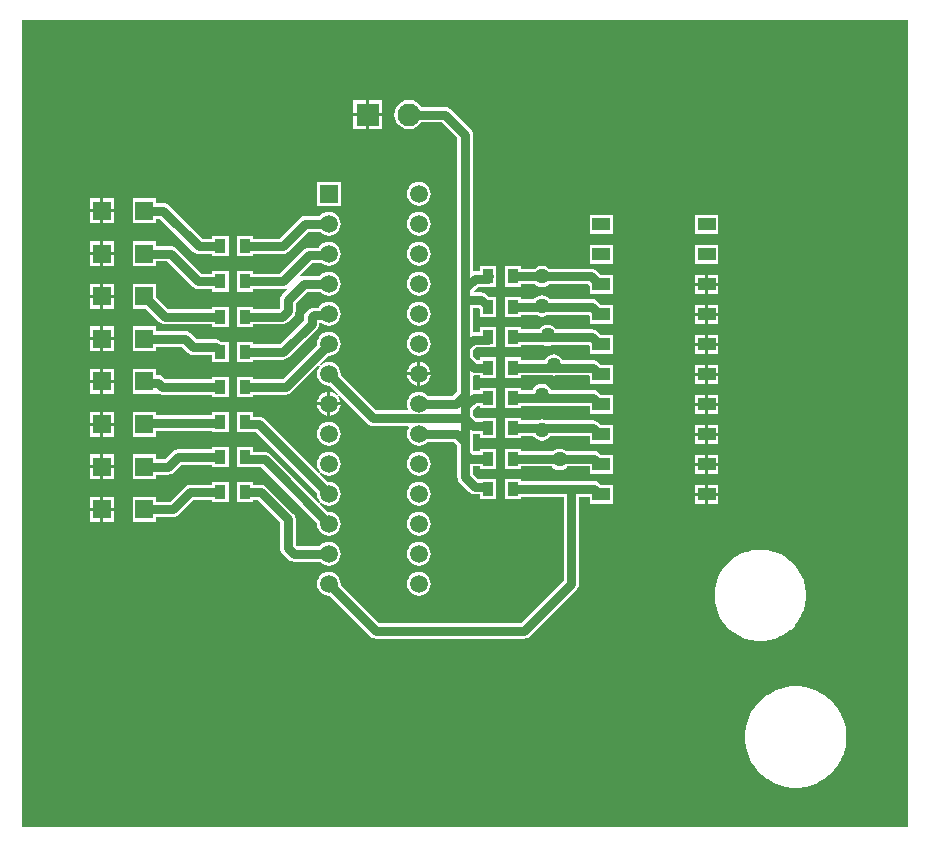
<source format=gbr>
%TF.GenerationSoftware,Altium Limited,Altium Designer,22.1.2 (22)*%
G04 Layer_Physical_Order=1*
G04 Layer_Color=255*
%FSLAX26Y26*%
%MOIN*%
%TF.SameCoordinates,26ABD0B8-493F-4C78-88A6-316F46C79C97*%
%TF.FilePolarity,Positive*%
%TF.FileFunction,Copper,L1,Top,Signal*%
%TF.Part,Single*%
G01*
G75*
%TA.AperFunction,SMDPad,CuDef*%
%ADD10R,0.059055X0.062992*%
%ADD11R,0.059055X0.043307*%
%ADD12R,0.035433X0.047244*%
%TA.AperFunction,Conductor*%
%ADD13C,0.031496*%
%TA.AperFunction,ComponentPad*%
%ADD14C,0.076772*%
%ADD15R,0.076772X0.076772*%
%ADD16C,0.059055*%
%ADD17R,0.059055X0.059055*%
%TA.AperFunction,ViaPad*%
%ADD18C,0.050000*%
G36*
X5610236Y1000000D02*
X2657480D01*
X2657480Y3690000D01*
X5610236D01*
X5610236Y1000000D01*
D02*
G37*
%LPC*%
G36*
X3857441Y3422402D02*
X3814055D01*
Y3379016D01*
X3857441D01*
Y3422402D01*
D02*
G37*
G36*
X3804055D02*
X3760669D01*
Y3379016D01*
X3804055D01*
Y3422402D01*
D02*
G37*
G36*
X3857441Y3369016D02*
X3814055D01*
Y3325630D01*
X3857441D01*
Y3369016D01*
D02*
G37*
G36*
X3804055D02*
X3760669D01*
Y3325630D01*
X3804055D01*
Y3369016D01*
D02*
G37*
G36*
X3719528Y3149528D02*
X3640472D01*
Y3070472D01*
X3719528D01*
Y3149528D01*
D02*
G37*
G36*
X3980000Y3149869D02*
X3969681Y3148510D01*
X3960066Y3144527D01*
X3951809Y3138191D01*
X3945473Y3129934D01*
X3941490Y3120319D01*
X3940131Y3110000D01*
X3941490Y3099681D01*
X3945473Y3090066D01*
X3951809Y3081809D01*
X3960066Y3075473D01*
X3969681Y3071490D01*
X3980000Y3070131D01*
X3990319Y3071490D01*
X3999934Y3075473D01*
X4008191Y3081809D01*
X4014527Y3090066D01*
X4018510Y3099681D01*
X4019869Y3110000D01*
X4018510Y3120319D01*
X4014527Y3129934D01*
X4008191Y3138191D01*
X3999934Y3144527D01*
X3990319Y3148510D01*
X3980000Y3149869D01*
D02*
G37*
G36*
X2962992Y3094527D02*
X2928465D01*
Y3058031D01*
X2962992D01*
Y3094527D01*
D02*
G37*
G36*
X2918465D02*
X2883937D01*
Y3058031D01*
X2918465D01*
Y3094527D01*
D02*
G37*
G36*
X2962992Y3048031D02*
X2928465D01*
Y3011535D01*
X2962992D01*
Y3048031D01*
D02*
G37*
G36*
X2918465D02*
X2883937D01*
Y3011535D01*
X2918465D01*
Y3048031D01*
D02*
G37*
G36*
X4978504Y3040709D02*
X4899449D01*
Y2977402D01*
X4978504D01*
Y3040709D01*
D02*
G37*
G36*
X4628110D02*
X4549055D01*
Y2977402D01*
X4628110D01*
Y3040709D01*
D02*
G37*
G36*
X3980000Y3049869D02*
X3969681Y3048510D01*
X3960066Y3044527D01*
X3951809Y3038191D01*
X3945473Y3029934D01*
X3941490Y3020319D01*
X3940131Y3010000D01*
X3941490Y2999681D01*
X3945473Y2990066D01*
X3951809Y2981809D01*
X3960066Y2975473D01*
X3969681Y2971490D01*
X3980000Y2970131D01*
X3990319Y2971490D01*
X3999934Y2975473D01*
X4008191Y2981809D01*
X4014527Y2990066D01*
X4018510Y2999681D01*
X4019869Y3010000D01*
X4018510Y3020319D01*
X4014527Y3029934D01*
X4008191Y3038191D01*
X3999934Y3044527D01*
X3990319Y3048510D01*
X3980000Y3049869D01*
D02*
G37*
G36*
X3680000D02*
X3669681Y3048510D01*
X3660066Y3044527D01*
X3651809Y3038191D01*
X3650104Y3035970D01*
X3600551D01*
X3593830Y3035085D01*
X3587566Y3032491D01*
X3582188Y3028364D01*
X3514794Y2960970D01*
X3428307D01*
Y2968622D01*
X3372874D01*
Y2901378D01*
X3428307D01*
Y2909029D01*
X3525551D01*
X3532272Y2909914D01*
X3538536Y2912509D01*
X3543914Y2916636D01*
X3611308Y2984030D01*
X3650104D01*
X3651809Y2981809D01*
X3660066Y2975473D01*
X3669681Y2971490D01*
X3680000Y2970131D01*
X3690319Y2971490D01*
X3699934Y2975473D01*
X3708191Y2981809D01*
X3714527Y2990066D01*
X3718510Y2999681D01*
X3719869Y3010000D01*
X3718510Y3020319D01*
X3714527Y3029934D01*
X3708191Y3038191D01*
X3699934Y3044527D01*
X3690319Y3048510D01*
X3680000Y3049869D01*
D02*
G37*
G36*
X2962992Y2952384D02*
X2928465D01*
Y2915888D01*
X2962992D01*
Y2952384D01*
D02*
G37*
G36*
X2918465D02*
X2883937D01*
Y2915888D01*
X2918465D01*
Y2952384D01*
D02*
G37*
G36*
X3104724Y3094527D02*
X3025669D01*
Y3011535D01*
X3104724D01*
Y3027061D01*
X3117314D01*
X3227739Y2916636D01*
X3233118Y2912509D01*
X3239381Y2909914D01*
X3246103Y2909029D01*
X3290197D01*
Y2901378D01*
X3345630D01*
Y2968622D01*
X3290197D01*
Y2960970D01*
X3256860D01*
X3146435Y3071395D01*
X3141056Y3075522D01*
X3134793Y3078116D01*
X3128071Y3079001D01*
X3104724D01*
Y3094527D01*
D02*
G37*
G36*
X4978504Y2940709D02*
X4899449D01*
Y2877402D01*
X4978504D01*
Y2940709D01*
D02*
G37*
G36*
X4628110D02*
X4549055D01*
Y2877402D01*
X4628110D01*
Y2940709D01*
D02*
G37*
G36*
X3980000Y2949869D02*
X3969681Y2948510D01*
X3960066Y2944527D01*
X3951809Y2938191D01*
X3945473Y2929934D01*
X3941490Y2920319D01*
X3940131Y2910000D01*
X3941490Y2899681D01*
X3945473Y2890066D01*
X3951809Y2881809D01*
X3960066Y2875473D01*
X3969681Y2871490D01*
X3980000Y2870131D01*
X3990319Y2871490D01*
X3999934Y2875473D01*
X4008191Y2881809D01*
X4014527Y2890066D01*
X4018510Y2899681D01*
X4019869Y2910000D01*
X4018510Y2920319D01*
X4014527Y2929934D01*
X4008191Y2938191D01*
X3999934Y2944527D01*
X3990319Y2948510D01*
X3980000Y2949869D01*
D02*
G37*
G36*
X3680000D02*
X3669681Y2948510D01*
X3660066Y2944527D01*
X3651809Y2938191D01*
X3646058Y2930697D01*
X3613388D01*
X3606667Y2929812D01*
X3600403Y2927218D01*
X3595025Y2923091D01*
X3515761Y2843827D01*
X3428307D01*
Y2851479D01*
X3372874D01*
Y2784235D01*
X3428307D01*
Y2791887D01*
X3526518D01*
X3533240Y2792771D01*
X3539503Y2795366D01*
X3541900Y2791226D01*
X3524943Y2774269D01*
X3520816Y2768891D01*
X3518222Y2762627D01*
X3517337Y2755905D01*
Y2729921D01*
X3514100Y2726684D01*
X3428307D01*
Y2734336D01*
X3372874D01*
Y2667092D01*
X3428307D01*
Y2674744D01*
X3524857D01*
X3531579Y2675629D01*
X3537842Y2678223D01*
X3543221Y2682350D01*
X3561671Y2700800D01*
X3565798Y2706179D01*
X3568392Y2712442D01*
X3569277Y2719164D01*
Y2745148D01*
X3608159Y2784030D01*
X3650104D01*
X3651809Y2781809D01*
X3660066Y2775473D01*
X3669681Y2771490D01*
X3680000Y2770131D01*
X3690319Y2771490D01*
X3699934Y2775473D01*
X3708191Y2781809D01*
X3714527Y2790066D01*
X3718510Y2799681D01*
X3719869Y2810000D01*
X3718510Y2820319D01*
X3714527Y2829934D01*
X3708191Y2838191D01*
X3699934Y2844527D01*
X3690319Y2848510D01*
X3680000Y2849869D01*
X3669681Y2848510D01*
X3660066Y2844527D01*
X3651809Y2838191D01*
X3650104Y2835970D01*
X3597402D01*
X3590680Y2835085D01*
X3584417Y2832491D01*
X3582020Y2836631D01*
X3624146Y2878757D01*
X3655786D01*
X3660066Y2875473D01*
X3669681Y2871490D01*
X3680000Y2870131D01*
X3690319Y2871490D01*
X3699934Y2875473D01*
X3708191Y2881809D01*
X3714527Y2890066D01*
X3718510Y2899681D01*
X3719869Y2910000D01*
X3718510Y2920319D01*
X3714527Y2929934D01*
X3708191Y2938191D01*
X3699934Y2944527D01*
X3690319Y2948510D01*
X3680000Y2949869D01*
D02*
G37*
G36*
X2962992Y2905888D02*
X2928465D01*
Y2869392D01*
X2962992D01*
Y2905888D01*
D02*
G37*
G36*
X2918465D02*
X2883937D01*
Y2869392D01*
X2918465D01*
Y2905888D01*
D02*
G37*
G36*
X4389764Y2869948D02*
X4380627Y2868745D01*
X4372113Y2865218D01*
X4366114Y2860615D01*
X4321024D01*
Y2868267D01*
X4265591D01*
Y2801023D01*
X4321024D01*
Y2808675D01*
X4366116D01*
X4372113Y2804073D01*
X4380627Y2800547D01*
X4389764Y2799344D01*
X4398901Y2800547D01*
X4407415Y2804073D01*
X4413412Y2808675D01*
X4544361D01*
X4549055Y2803981D01*
Y2777402D01*
X4628110D01*
Y2840709D01*
X4585783D01*
X4573482Y2853009D01*
X4568104Y2857136D01*
X4561840Y2859731D01*
X4555118Y2860615D01*
X4413413D01*
X4407415Y2865218D01*
X4398901Y2868745D01*
X4389764Y2869948D01*
D02*
G37*
G36*
X4978504Y2840709D02*
X4943976D01*
Y2814055D01*
X4978504D01*
Y2840709D01*
D02*
G37*
G36*
X4933976D02*
X4899449D01*
Y2814055D01*
X4933976D01*
Y2840709D01*
D02*
G37*
G36*
X3104724Y2952384D02*
X3025669D01*
Y2869392D01*
X3104724D01*
Y2884918D01*
X3141347D01*
X3226772Y2799493D01*
X3232150Y2795366D01*
X3238414Y2792771D01*
X3245135Y2791887D01*
X3290197D01*
Y2784235D01*
X3345630D01*
Y2851479D01*
X3290197D01*
Y2843827D01*
X3255892D01*
X3170468Y2929252D01*
X3165089Y2933379D01*
X3158825Y2935974D01*
X3152104Y2936858D01*
X3104724D01*
Y2952384D01*
D02*
G37*
G36*
X4978504Y2804055D02*
X4943976D01*
Y2777402D01*
X4978504D01*
Y2804055D01*
D02*
G37*
G36*
X4933976D02*
X4899449D01*
Y2777402D01*
X4933976D01*
Y2804055D01*
D02*
G37*
G36*
X2962992Y2810242D02*
X2928465D01*
Y2773745D01*
X2962992D01*
Y2810242D01*
D02*
G37*
G36*
X2918465D02*
X2883937D01*
Y2773745D01*
X2918465D01*
Y2810242D01*
D02*
G37*
G36*
X3980000Y2849869D02*
X3969681Y2848510D01*
X3960066Y2844527D01*
X3951809Y2838191D01*
X3945473Y2829934D01*
X3941490Y2820319D01*
X3940131Y2810000D01*
X3941490Y2799681D01*
X3945473Y2790066D01*
X3951809Y2781809D01*
X3960066Y2775473D01*
X3969681Y2771490D01*
X3980000Y2770131D01*
X3990319Y2771490D01*
X3999934Y2775473D01*
X4008191Y2781809D01*
X4014527Y2790066D01*
X4018510Y2799681D01*
X4019869Y2810000D01*
X4018510Y2820319D01*
X4014527Y2829934D01*
X4008191Y2838191D01*
X3999934Y2844527D01*
X3990319Y2848510D01*
X3980000Y2849869D01*
D02*
G37*
G36*
X4389764Y2771523D02*
X4380627Y2770320D01*
X4372113Y2766793D01*
X4364801Y2761183D01*
X4363417Y2759378D01*
X4321024D01*
Y2767030D01*
X4265591D01*
Y2699786D01*
X4321024D01*
Y2707438D01*
X4369780D01*
X4372113Y2705648D01*
X4380627Y2702121D01*
X4389764Y2700919D01*
X4398901Y2702121D01*
X4407415Y2705648D01*
X4409747Y2707438D01*
X4545599D01*
X4549055Y2703981D01*
Y2677402D01*
X4628110D01*
Y2740709D01*
X4585783D01*
X4574719Y2751772D01*
X4569341Y2755899D01*
X4563077Y2758493D01*
X4556356Y2759378D01*
X4416111D01*
X4414726Y2761183D01*
X4407415Y2766793D01*
X4398901Y2770320D01*
X4389764Y2771523D01*
D02*
G37*
G36*
X2962992Y2763745D02*
X2928465D01*
Y2727249D01*
X2962992D01*
Y2763745D01*
D02*
G37*
G36*
X2918465D02*
X2883937D01*
Y2727249D01*
X2918465D01*
Y2763745D01*
D02*
G37*
G36*
X4978504Y2740709D02*
X4943976D01*
Y2714055D01*
X4978504D01*
Y2740709D01*
D02*
G37*
G36*
X4933976D02*
X4899449D01*
Y2714055D01*
X4933976D01*
Y2740709D01*
D02*
G37*
G36*
X3946850Y3422819D02*
X3934219Y3421156D01*
X3922449Y3416281D01*
X3912341Y3408525D01*
X3904586Y3398417D01*
X3899710Y3386647D01*
X3898047Y3374016D01*
X3899710Y3361385D01*
X3904586Y3349614D01*
X3912341Y3339507D01*
X3922449Y3331751D01*
X3934219Y3326875D01*
X3946850Y3325213D01*
X3959482Y3326875D01*
X3971252Y3331751D01*
X3981360Y3339507D01*
X3987912Y3348046D01*
X4056172D01*
X4107888Y3296329D01*
Y2795276D01*
Y2755905D01*
Y2598425D01*
Y2559055D01*
Y2451702D01*
X4092156Y2435970D01*
X4009896D01*
X4008191Y2438191D01*
X3999934Y2444527D01*
X3990319Y2448510D01*
X3980000Y2449869D01*
X3969681Y2448510D01*
X3960066Y2444527D01*
X3951809Y2438191D01*
X3945473Y2429934D01*
X3941490Y2420319D01*
X3940131Y2410000D01*
X3941490Y2399681D01*
X3944185Y2393175D01*
X3940844Y2388175D01*
X3838552D01*
X3719503Y2507224D01*
X3719869Y2510000D01*
X3718510Y2520319D01*
X3714527Y2529934D01*
X3708191Y2538191D01*
X3699934Y2544527D01*
X3690319Y2548510D01*
X3680000Y2549869D01*
X3669681Y2548510D01*
X3660066Y2544527D01*
X3654833Y2540512D01*
X3652588Y2538789D01*
X3649284Y2542557D01*
X3677224Y2570497D01*
X3680000Y2570131D01*
X3690319Y2571490D01*
X3699934Y2575473D01*
X3708191Y2581809D01*
X3714527Y2590066D01*
X3718510Y2599681D01*
X3719869Y2610000D01*
X3718510Y2620319D01*
X3714527Y2629934D01*
X3708191Y2638191D01*
X3699934Y2644527D01*
X3690319Y2648510D01*
X3680000Y2649869D01*
X3669681Y2648510D01*
X3660066Y2644527D01*
X3651809Y2638191D01*
X3645473Y2629934D01*
X3641490Y2620319D01*
X3640131Y2610000D01*
X3640497Y2607224D01*
X3525671Y2492399D01*
X3428307D01*
Y2500050D01*
X3372874D01*
Y2432806D01*
X3428307D01*
Y2440458D01*
X3536428D01*
X3543150Y2441343D01*
X3549414Y2443938D01*
X3554792Y2448065D01*
X3647443Y2540716D01*
X3651211Y2537412D01*
X3649488Y2535167D01*
X3645473Y2529934D01*
X3641490Y2520319D01*
X3640131Y2510000D01*
X3641490Y2499681D01*
X3645473Y2490066D01*
X3651809Y2481809D01*
X3660066Y2475473D01*
X3669681Y2471490D01*
X3680000Y2470131D01*
X3682776Y2470497D01*
X3710716Y2442557D01*
X3707412Y2438789D01*
X3705167Y2440512D01*
X3699934Y2444527D01*
X3690319Y2448510D01*
X3685000Y2449210D01*
Y2415000D01*
X3719210D01*
X3718510Y2420319D01*
X3714527Y2429934D01*
X3710512Y2435167D01*
X3708789Y2437412D01*
X3712557Y2440716D01*
X3809432Y2343841D01*
X3814810Y2339714D01*
X3821074Y2337119D01*
X3827795Y2336235D01*
X3944655D01*
X3946866Y2331750D01*
X3945473Y2329934D01*
X3941490Y2320319D01*
X3940131Y2310000D01*
X3941490Y2299681D01*
X3945473Y2290066D01*
X3951809Y2281809D01*
X3960066Y2275473D01*
X3969681Y2271490D01*
X3980000Y2270131D01*
X3990319Y2271490D01*
X3999934Y2275473D01*
X4008191Y2281809D01*
X4009896Y2284030D01*
X4096566D01*
X4107888Y2272707D01*
Y2244095D01*
Y2165354D01*
X4108773Y2158633D01*
X4111367Y2152369D01*
X4115495Y2146991D01*
X4146991Y2115494D01*
X4152369Y2111367D01*
X4158633Y2108773D01*
X4165354Y2107888D01*
X4182913D01*
Y2092362D01*
X4238346D01*
Y2159606D01*
X4210349D01*
X4208661Y2159828D01*
X4176112D01*
X4159828Y2176111D01*
Y2201251D01*
X4182913D01*
Y2193599D01*
X4238346D01*
Y2260843D01*
X4182913D01*
Y2253192D01*
X4161489D01*
X4159828Y2254852D01*
Y2283465D01*
Y2310363D01*
X4182913D01*
Y2294837D01*
X4238346D01*
Y2362081D01*
X4210349D01*
X4208661Y2362303D01*
X4170487D01*
X4159828Y2372962D01*
Y2390818D01*
X4172737Y2403726D01*
X4182913D01*
Y2396074D01*
X4238346D01*
Y2463318D01*
X4182913D01*
Y2455666D01*
X4161980D01*
X4159828Y2457553D01*
Y2503076D01*
X4161980Y2504963D01*
X4182913D01*
Y2497311D01*
X4238346D01*
Y2564555D01*
X4182913D01*
Y2556904D01*
X4172737D01*
X4159828Y2569812D01*
Y2587668D01*
X4170487Y2598327D01*
X4208661D01*
X4210349Y2598549D01*
X4238346D01*
Y2665793D01*
X4182913D01*
Y2650267D01*
X4159828D01*
Y2729935D01*
X4177375D01*
X4182913Y2724397D01*
Y2699786D01*
X4238346D01*
Y2767030D01*
X4213735D01*
X4206496Y2774269D01*
X4201118Y2778396D01*
X4194854Y2780991D01*
X4188132Y2781876D01*
X4164257D01*
X4162186Y2786876D01*
X4176111Y2800801D01*
X4208661D01*
X4210349Y2801023D01*
X4238346D01*
Y2834926D01*
X4238569Y2836614D01*
X4238346Y2838302D01*
Y2868267D01*
X4182913D01*
Y2852742D01*
X4165354D01*
X4163588Y2852509D01*
X4159828Y2855806D01*
Y3307087D01*
X4158944Y3313808D01*
X4156349Y3320072D01*
X4152222Y3325450D01*
X4085293Y3392380D01*
X4079914Y3396507D01*
X4073651Y3399101D01*
X4066929Y3399986D01*
X3987912D01*
X3981360Y3408525D01*
X3971252Y3416281D01*
X3959482Y3421156D01*
X3946850Y3422819D01*
D02*
G37*
G36*
X4978504Y2704055D02*
X4943976D01*
Y2677402D01*
X4978504D01*
Y2704055D01*
D02*
G37*
G36*
X4933976D02*
X4899449D01*
Y2677402D01*
X4933976D01*
Y2704055D01*
D02*
G37*
G36*
X3980000Y2749869D02*
X3969681Y2748510D01*
X3960066Y2744527D01*
X3951809Y2738191D01*
X3945473Y2729934D01*
X3941490Y2720319D01*
X3940131Y2710000D01*
X3941490Y2699681D01*
X3945473Y2690066D01*
X3951809Y2681809D01*
X3960066Y2675473D01*
X3969681Y2671490D01*
X3980000Y2670131D01*
X3990319Y2671490D01*
X3999934Y2675473D01*
X4008191Y2681809D01*
X4014527Y2690066D01*
X4018510Y2699681D01*
X4019869Y2710000D01*
X4018510Y2720319D01*
X4014527Y2729934D01*
X4008191Y2738191D01*
X3999934Y2744527D01*
X3990319Y2748510D01*
X3980000Y2749869D01*
D02*
G37*
G36*
X3680000D02*
X3669681Y2748510D01*
X3660066Y2744527D01*
X3651809Y2738191D01*
X3646058Y2730697D01*
X3628689D01*
X3621967Y2729812D01*
X3615704Y2727218D01*
X3610325Y2723091D01*
X3603684Y2716449D01*
X3599556Y2711070D01*
X3596962Y2704807D01*
X3596077Y2698085D01*
Y2687923D01*
X3517696Y2609541D01*
X3428307D01*
Y2617193D01*
X3372874D01*
Y2549949D01*
X3428307D01*
Y2557601D01*
X3528453D01*
X3535175Y2558486D01*
X3541438Y2561080D01*
X3546817Y2565207D01*
X3640411Y2658802D01*
X3644538Y2664180D01*
X3647133Y2670444D01*
X3648017Y2677165D01*
Y2678757D01*
X3655786D01*
X3660066Y2675473D01*
X3669681Y2671490D01*
X3680000Y2670131D01*
X3690319Y2671490D01*
X3699934Y2675473D01*
X3708191Y2681809D01*
X3714527Y2690066D01*
X3718510Y2699681D01*
X3719869Y2710000D01*
X3718510Y2720319D01*
X3714527Y2729934D01*
X3708191Y2738191D01*
X3699934Y2744527D01*
X3690319Y2748510D01*
X3680000Y2749869D01*
D02*
G37*
G36*
X3104724Y2810242D02*
X3025669D01*
Y2727249D01*
X3069965D01*
X3114865Y2682350D01*
X3120243Y2678223D01*
X3126507Y2675629D01*
X3133228Y2674744D01*
X3290197D01*
Y2667092D01*
X3345630D01*
Y2734336D01*
X3290197D01*
Y2726684D01*
X3143985D01*
X3104724Y2765945D01*
Y2810242D01*
D02*
G37*
G36*
X4409449Y2673097D02*
X4400312Y2671894D01*
X4391798Y2668368D01*
X4384486Y2662758D01*
X4380944Y2658141D01*
X4321024D01*
Y2665793D01*
X4265591D01*
Y2598549D01*
X4321024D01*
Y2606200D01*
X4394266D01*
X4400312Y2603696D01*
X4409449Y2602493D01*
X4418586Y2603696D01*
X4424632Y2606200D01*
X4546836D01*
X4549055Y2603981D01*
Y2577402D01*
X4628110D01*
Y2640709D01*
X4585783D01*
X4575957Y2650534D01*
X4570578Y2654662D01*
X4564315Y2657256D01*
X4557593Y2658141D01*
X4437954D01*
X4434411Y2662758D01*
X4427100Y2668368D01*
X4418586Y2671894D01*
X4409449Y2673097D01*
D02*
G37*
G36*
X2962992Y2668099D02*
X2928465D01*
Y2631603D01*
X2962992D01*
Y2668099D01*
D02*
G37*
G36*
X2918465D02*
X2883937D01*
Y2631603D01*
X2918465D01*
Y2668099D01*
D02*
G37*
G36*
X4978504Y2640709D02*
X4943976D01*
Y2614055D01*
X4978504D01*
Y2640709D01*
D02*
G37*
G36*
X4933976D02*
X4899449D01*
Y2614055D01*
X4933976D01*
Y2640709D01*
D02*
G37*
G36*
X2962992Y2621603D02*
X2928465D01*
Y2585107D01*
X2962992D01*
Y2621603D01*
D02*
G37*
G36*
X2918465D02*
X2883937D01*
Y2585107D01*
X2918465D01*
Y2621603D01*
D02*
G37*
G36*
X4978504Y2604055D02*
X4943976D01*
Y2577402D01*
X4978504D01*
Y2604055D01*
D02*
G37*
G36*
X4933976D02*
X4899449D01*
Y2577402D01*
X4933976D01*
Y2604055D01*
D02*
G37*
G36*
X3980000Y2649869D02*
X3969681Y2648510D01*
X3960066Y2644527D01*
X3951809Y2638191D01*
X3945473Y2629934D01*
X3941490Y2620319D01*
X3940131Y2610000D01*
X3941490Y2599681D01*
X3945473Y2590066D01*
X3951809Y2581809D01*
X3960066Y2575473D01*
X3969681Y2571490D01*
X3980000Y2570131D01*
X3990319Y2571490D01*
X3999934Y2575473D01*
X4008191Y2581809D01*
X4014527Y2590066D01*
X4018510Y2599681D01*
X4019869Y2610000D01*
X4018510Y2620319D01*
X4014527Y2629934D01*
X4008191Y2638191D01*
X3999934Y2644527D01*
X3990319Y2648510D01*
X3980000Y2649869D01*
D02*
G37*
G36*
X4429134Y2574672D02*
X4419997Y2573469D01*
X4411483Y2569943D01*
X4404172Y2564332D01*
X4398561Y2557021D01*
X4398513Y2556904D01*
X4321024D01*
Y2564555D01*
X4265591D01*
Y2497311D01*
X4321024D01*
Y2504963D01*
X4422335D01*
X4429134Y2504068D01*
X4435933Y2504963D01*
X4548073D01*
X4549055Y2503981D01*
Y2477402D01*
X4628110D01*
Y2540709D01*
X4585783D01*
X4577194Y2549297D01*
X4571815Y2553424D01*
X4565552Y2556019D01*
X4558830Y2556904D01*
X4459755D01*
X4459706Y2557021D01*
X4454096Y2564332D01*
X4446785Y2569943D01*
X4438271Y2573469D01*
X4429134Y2574672D01*
D02*
G37*
G36*
X3104724Y2668099D02*
X3025669D01*
Y2585107D01*
X3104724D01*
Y2600633D01*
X3189412D01*
X3209983Y2580061D01*
X3215361Y2575934D01*
X3221625Y2573340D01*
X3228347Y2572455D01*
X3290197D01*
Y2549949D01*
X3345630D01*
Y2617193D01*
X3320896D01*
X3316044Y2620916D01*
X3309781Y2623510D01*
X3303059Y2624395D01*
X3239104D01*
X3218533Y2644966D01*
X3213154Y2649094D01*
X3206891Y2651688D01*
X3200169Y2652573D01*
X3104724D01*
Y2668099D01*
D02*
G37*
G36*
X3985000Y2549210D02*
Y2515000D01*
X4019210D01*
X4018510Y2520319D01*
X4014527Y2529934D01*
X4008191Y2538191D01*
X3999934Y2544527D01*
X3990319Y2548510D01*
X3985000Y2549210D01*
D02*
G37*
G36*
X3975000D02*
X3969681Y2548510D01*
X3960066Y2544527D01*
X3951809Y2538191D01*
X3945473Y2529934D01*
X3941490Y2520319D01*
X3940790Y2515000D01*
X3975000D01*
Y2549210D01*
D02*
G37*
G36*
X4978504Y2540709D02*
X4943976D01*
Y2514055D01*
X4978504D01*
Y2540709D01*
D02*
G37*
G36*
X4933976D02*
X4899449D01*
Y2514055D01*
X4933976D01*
Y2540709D01*
D02*
G37*
G36*
X2962992Y2525956D02*
X2928465D01*
Y2489460D01*
X2962992D01*
Y2525956D01*
D02*
G37*
G36*
X2918465D02*
X2883937D01*
Y2489460D01*
X2918465D01*
Y2525956D01*
D02*
G37*
G36*
X4978504Y2504055D02*
X4943976D01*
Y2477402D01*
X4978504D01*
Y2504055D01*
D02*
G37*
G36*
X4933976D02*
X4899449D01*
Y2477402D01*
X4933976D01*
Y2504055D01*
D02*
G37*
G36*
X4019210Y2505000D02*
X3985000D01*
Y2470790D01*
X3990319Y2471490D01*
X3999934Y2475473D01*
X4008191Y2481809D01*
X4014527Y2490066D01*
X4018510Y2499681D01*
X4019210Y2505000D01*
D02*
G37*
G36*
X3975000D02*
X3940790D01*
X3941490Y2499681D01*
X3945473Y2490066D01*
X3951809Y2481809D01*
X3960066Y2475473D01*
X3969681Y2471490D01*
X3975000Y2470790D01*
Y2505000D01*
D02*
G37*
G36*
X4389764Y2476247D02*
X4380627Y2475044D01*
X4372113Y2471517D01*
X4364801Y2465907D01*
X4359191Y2458596D01*
X4357978Y2455666D01*
X4321024D01*
Y2463318D01*
X4265591D01*
Y2396074D01*
X4321024D01*
Y2403726D01*
X4549055D01*
Y2377402D01*
X4628110D01*
Y2440709D01*
X4585783D01*
X4578431Y2448060D01*
X4573053Y2452187D01*
X4566789Y2454781D01*
X4560068Y2455666D01*
X4421550D01*
X4420336Y2458596D01*
X4414726Y2465907D01*
X4407415Y2471517D01*
X4398901Y2475044D01*
X4389764Y2476247D01*
D02*
G37*
G36*
X2962992Y2479460D02*
X2928465D01*
Y2442964D01*
X2962992D01*
Y2479460D01*
D02*
G37*
G36*
X2918465D02*
X2883937D01*
Y2442964D01*
X2918465D01*
Y2479460D01*
D02*
G37*
G36*
X3104724Y2525956D02*
X3025669D01*
Y2442964D01*
X3104724D01*
Y2442964D01*
X3109724Y2445022D01*
X3111138Y2443938D01*
X3117401Y2441343D01*
X3124123Y2440458D01*
X3290197D01*
Y2432806D01*
X3345630D01*
Y2500050D01*
X3290197D01*
Y2492399D01*
X3134880D01*
X3128600Y2498679D01*
X3123221Y2502806D01*
X3116958Y2505400D01*
X3110236Y2506285D01*
X3104724D01*
Y2525956D01*
D02*
G37*
G36*
X3675000Y2449210D02*
X3669681Y2448510D01*
X3660066Y2444527D01*
X3651809Y2438191D01*
X3645473Y2429934D01*
X3641490Y2420319D01*
X3640790Y2415000D01*
X3675000D01*
Y2449210D01*
D02*
G37*
G36*
X4978504Y2440709D02*
X4943976D01*
Y2414055D01*
X4978504D01*
Y2440709D01*
D02*
G37*
G36*
X4933976D02*
X4899449D01*
Y2414055D01*
X4933976D01*
Y2440709D01*
D02*
G37*
G36*
X4978504Y2404055D02*
X4943976D01*
Y2377402D01*
X4978504D01*
Y2404055D01*
D02*
G37*
G36*
X4933976D02*
X4899449D01*
Y2377402D01*
X4933976D01*
Y2404055D01*
D02*
G37*
G36*
X3719210Y2405000D02*
X3685000D01*
Y2370790D01*
X3690319Y2371490D01*
X3699934Y2375473D01*
X3708191Y2381809D01*
X3714527Y2390066D01*
X3718510Y2399681D01*
X3719210Y2405000D01*
D02*
G37*
G36*
X3675000D02*
X3640790D01*
X3641490Y2399681D01*
X3645473Y2390066D01*
X3651809Y2381809D01*
X3660066Y2375473D01*
X3669681Y2371490D01*
X3675000Y2370790D01*
Y2405000D01*
D02*
G37*
G36*
X2962992Y2383813D02*
X2928465D01*
Y2347317D01*
X2962992D01*
Y2383813D01*
D02*
G37*
G36*
X2918465D02*
X2883937D01*
Y2347317D01*
X2918465D01*
Y2383813D01*
D02*
G37*
G36*
X3104724D02*
X3025669D01*
Y2300821D01*
X3104724D01*
Y2319831D01*
X3290197D01*
Y2315664D01*
X3345630D01*
Y2382908D01*
X3290197D01*
Y2371771D01*
X3104724D01*
Y2383813D01*
D02*
G37*
G36*
X4978504Y2340709D02*
X4943976D01*
Y2314055D01*
X4978504D01*
Y2340709D01*
D02*
G37*
G36*
X4933976D02*
X4899449D01*
Y2314055D01*
X4933976D01*
Y2340709D01*
D02*
G37*
G36*
X2962992Y2337317D02*
X2928465D01*
Y2300821D01*
X2962992D01*
Y2337317D01*
D02*
G37*
G36*
X2918465D02*
X2883937D01*
Y2300821D01*
X2918465D01*
Y2337317D01*
D02*
G37*
G36*
X4978504Y2304055D02*
X4943976D01*
Y2277402D01*
X4978504D01*
Y2304055D01*
D02*
G37*
G36*
X4933976D02*
X4899449D01*
Y2277402D01*
X4933976D01*
Y2304055D01*
D02*
G37*
G36*
X4321024Y2362081D02*
X4265591D01*
Y2294837D01*
X4321024D01*
Y2302489D01*
X4361259D01*
X4364801Y2297872D01*
X4372113Y2292262D01*
X4380627Y2288735D01*
X4389764Y2287533D01*
X4398901Y2288735D01*
X4407415Y2292262D01*
X4414726Y2297872D01*
X4418268Y2302489D01*
X4549055D01*
Y2277402D01*
X4628110D01*
Y2340709D01*
X4585783D01*
X4579669Y2346823D01*
X4574290Y2350950D01*
X4568026Y2353544D01*
X4561305Y2354429D01*
X4404948D01*
X4398901Y2356934D01*
X4389764Y2358137D01*
X4380627Y2356934D01*
X4374580Y2354429D01*
X4321024D01*
Y2362081D01*
D02*
G37*
G36*
X3680000Y2349869D02*
X3669681Y2348510D01*
X3660066Y2344527D01*
X3651809Y2338191D01*
X3645473Y2329934D01*
X3641490Y2320319D01*
X3640131Y2310000D01*
X3641490Y2299681D01*
X3645473Y2290066D01*
X3651809Y2281809D01*
X3660066Y2275473D01*
X3669681Y2271490D01*
X3680000Y2270131D01*
X3690319Y2271490D01*
X3699934Y2275473D01*
X3708191Y2281809D01*
X3714527Y2290066D01*
X3718510Y2299681D01*
X3719869Y2310000D01*
X3718510Y2320319D01*
X3714527Y2329934D01*
X3708191Y2338191D01*
X3699934Y2344527D01*
X3690319Y2348510D01*
X3680000Y2349869D01*
D02*
G37*
G36*
X3345630Y2265765D02*
X3290197D01*
Y2258113D01*
X3177025D01*
X3170303Y2257228D01*
X3164040Y2254634D01*
X3158661Y2250506D01*
X3134299Y2226144D01*
X3104724D01*
Y2241670D01*
X3025669D01*
Y2158678D01*
X3104724D01*
Y2174204D01*
X3145056D01*
X3151778Y2175089D01*
X3158041Y2177683D01*
X3163420Y2181811D01*
X3187782Y2206173D01*
X3290197D01*
Y2198521D01*
X3345630D01*
Y2265765D01*
D02*
G37*
G36*
X4978504Y2240709D02*
X4943976D01*
Y2214055D01*
X4978504D01*
Y2240709D01*
D02*
G37*
G36*
X4933976D02*
X4899449D01*
Y2214055D01*
X4933976D01*
Y2240709D01*
D02*
G37*
G36*
X2962992Y2241670D02*
X2928465D01*
Y2205174D01*
X2962992D01*
Y2241670D01*
D02*
G37*
G36*
X2918465D02*
X2883937D01*
Y2205174D01*
X2918465D01*
Y2241670D01*
D02*
G37*
G36*
X4978504Y2204055D02*
X4943976D01*
Y2177402D01*
X4978504D01*
Y2204055D01*
D02*
G37*
G36*
X4933976D02*
X4899449D01*
Y2177402D01*
X4933976D01*
Y2204055D01*
D02*
G37*
G36*
X4321024Y2260843D02*
X4265591D01*
Y2193599D01*
X4321024D01*
Y2201251D01*
X4422472D01*
X4423857Y2199447D01*
X4431168Y2193837D01*
X4439682Y2190310D01*
X4448819Y2189107D01*
X4457956Y2190310D01*
X4466470Y2193837D01*
X4473781Y2199447D01*
X4475166Y2201251D01*
X4549055D01*
Y2177402D01*
X4628110D01*
Y2240709D01*
X4585783D01*
X4580906Y2245585D01*
X4575527Y2249712D01*
X4569264Y2252307D01*
X4562542Y2253192D01*
X4468803D01*
X4466470Y2254982D01*
X4457956Y2258508D01*
X4448819Y2259711D01*
X4439682Y2258508D01*
X4431168Y2254982D01*
X4428835Y2253192D01*
X4321024D01*
Y2260843D01*
D02*
G37*
G36*
X3980000Y2249869D02*
X3969681Y2248510D01*
X3960066Y2244527D01*
X3951809Y2238191D01*
X3945473Y2229934D01*
X3941490Y2220319D01*
X3940131Y2210000D01*
X3941490Y2199681D01*
X3945473Y2190066D01*
X3951809Y2181809D01*
X3960066Y2175473D01*
X3969681Y2171490D01*
X3980000Y2170131D01*
X3990319Y2171490D01*
X3999934Y2175473D01*
X4008191Y2181809D01*
X4014527Y2190066D01*
X4018510Y2199681D01*
X4019869Y2210000D01*
X4018510Y2220319D01*
X4014527Y2229934D01*
X4008191Y2238191D01*
X3999934Y2244527D01*
X3990319Y2248510D01*
X3980000Y2249869D01*
D02*
G37*
G36*
X2962992Y2195174D02*
X2928465D01*
Y2158678D01*
X2962992D01*
Y2195174D01*
D02*
G37*
G36*
X2918465D02*
X2883937D01*
Y2158678D01*
X2918465D01*
Y2195174D01*
D02*
G37*
G36*
X4978504Y2140709D02*
X4943976D01*
Y2114055D01*
X4978504D01*
Y2140709D01*
D02*
G37*
G36*
X4933976D02*
X4899449D01*
Y2114055D01*
X4933976D01*
Y2140709D01*
D02*
G37*
G36*
X3345630Y2148622D02*
X3290197D01*
Y2140970D01*
X3217362D01*
X3210641Y2140085D01*
X3204377Y2137491D01*
X3198999Y2133364D01*
X3149637Y2084002D01*
X3104724D01*
Y2099528D01*
X3025669D01*
Y2016535D01*
X3104724D01*
Y2032061D01*
X3160394D01*
X3167115Y2032946D01*
X3173379Y2035541D01*
X3178757Y2039668D01*
X3228119Y2089030D01*
X3290197D01*
Y2081378D01*
X3345630D01*
Y2148622D01*
D02*
G37*
G36*
X3428307Y2382908D02*
X3372874D01*
Y2315664D01*
X3400871D01*
X3402559Y2315441D01*
X3437831D01*
X3640497Y2112776D01*
X3640131Y2110000D01*
X3641490Y2099681D01*
X3645473Y2090066D01*
X3649488Y2084833D01*
X3651211Y2082588D01*
X3647443Y2079284D01*
X3483915Y2242812D01*
X3478536Y2246940D01*
X3472273Y2249534D01*
X3465551Y2250419D01*
X3428307D01*
Y2265765D01*
X3372874D01*
Y2198521D01*
X3402238D01*
X3402559Y2198479D01*
X3454794D01*
X3640497Y2012776D01*
X3640131Y2010000D01*
X3641490Y1999681D01*
X3645473Y1990066D01*
X3651809Y1981809D01*
X3660066Y1975473D01*
X3669681Y1971490D01*
X3680000Y1970131D01*
X3690319Y1971490D01*
X3699934Y1975473D01*
X3708191Y1981809D01*
X3714527Y1990066D01*
X3718510Y1999681D01*
X3719869Y2010000D01*
X3718510Y2020319D01*
X3714527Y2029934D01*
X3708191Y2038191D01*
X3699934Y2044527D01*
X3690319Y2048510D01*
X3680000Y2049869D01*
X3677224Y2049503D01*
X3649284Y2077443D01*
X3652588Y2081211D01*
X3654833Y2079488D01*
X3660066Y2075473D01*
X3669681Y2071490D01*
X3680000Y2070131D01*
X3690319Y2071490D01*
X3699934Y2075473D01*
X3708191Y2081809D01*
X3714527Y2090066D01*
X3718510Y2099681D01*
X3719869Y2110000D01*
X3718510Y2120319D01*
X3714527Y2129934D01*
X3708191Y2138191D01*
X3699934Y2144527D01*
X3690319Y2148510D01*
X3680000Y2149869D01*
X3677224Y2149503D01*
X3649284Y2177443D01*
X3652588Y2181211D01*
X3654833Y2179488D01*
X3660066Y2175473D01*
X3669681Y2171490D01*
X3680000Y2170131D01*
X3690319Y2171490D01*
X3699934Y2175473D01*
X3708191Y2181809D01*
X3714527Y2190066D01*
X3718510Y2199681D01*
X3719869Y2210000D01*
X3718510Y2220319D01*
X3714527Y2229934D01*
X3708191Y2238191D01*
X3699934Y2244527D01*
X3690319Y2248510D01*
X3680000Y2249869D01*
X3669681Y2248510D01*
X3660066Y2244527D01*
X3651809Y2238191D01*
X3645473Y2229934D01*
X3641490Y2220319D01*
X3640131Y2210000D01*
X3641490Y2199681D01*
X3645473Y2190066D01*
X3649488Y2184833D01*
X3651211Y2182588D01*
X3647443Y2179284D01*
X3466952Y2359775D01*
X3461573Y2363903D01*
X3455310Y2366497D01*
X3448588Y2367382D01*
X3428307D01*
Y2382908D01*
D02*
G37*
G36*
X4978504Y2104055D02*
X4943976D01*
Y2077402D01*
X4978504D01*
Y2104055D01*
D02*
G37*
G36*
X4933976D02*
X4899449D01*
Y2077402D01*
X4933976D01*
Y2104055D01*
D02*
G37*
G36*
X4321024Y2159606D02*
X4265591D01*
Y2092362D01*
X4321024D01*
Y2100014D01*
X4462219D01*
Y1821781D01*
X4319951Y1679514D01*
X3847214D01*
X3719503Y1807224D01*
X3719869Y1810000D01*
X3718510Y1820319D01*
X3714527Y1829934D01*
X3708191Y1838191D01*
X3699934Y1844527D01*
X3690319Y1848510D01*
X3680000Y1849869D01*
X3669681Y1848510D01*
X3660066Y1844527D01*
X3651809Y1838191D01*
X3645473Y1829934D01*
X3641490Y1820319D01*
X3640131Y1810000D01*
X3641490Y1799681D01*
X3645473Y1790066D01*
X3651809Y1781809D01*
X3660066Y1775473D01*
X3669681Y1771490D01*
X3680000Y1770131D01*
X3682776Y1770497D01*
X3818093Y1635180D01*
X3823472Y1631052D01*
X3829735Y1628458D01*
X3836457Y1627573D01*
X4330709D01*
X4337430Y1628458D01*
X4343694Y1631052D01*
X4349072Y1635180D01*
X4506553Y1792660D01*
X4510680Y1798039D01*
X4513274Y1804302D01*
X4514159Y1811024D01*
Y2100014D01*
X4549055D01*
Y2077402D01*
X4628110D01*
Y2140709D01*
X4585783D01*
X4582143Y2144348D01*
X4576765Y2148475D01*
X4570501Y2151070D01*
X4563779Y2151954D01*
X4321024D01*
Y2159606D01*
D02*
G37*
G36*
X3980000Y2149869D02*
X3969681Y2148510D01*
X3960066Y2144527D01*
X3951809Y2138191D01*
X3945473Y2129934D01*
X3941490Y2120319D01*
X3940131Y2110000D01*
X3941490Y2099681D01*
X3945473Y2090066D01*
X3951809Y2081809D01*
X3960066Y2075473D01*
X3969681Y2071490D01*
X3980000Y2070131D01*
X3990319Y2071490D01*
X3999934Y2075473D01*
X4008191Y2081809D01*
X4014527Y2090066D01*
X4018510Y2099681D01*
X4019869Y2110000D01*
X4018510Y2120319D01*
X4014527Y2129934D01*
X4008191Y2138191D01*
X3999934Y2144527D01*
X3990319Y2148510D01*
X3980000Y2149869D01*
D02*
G37*
G36*
X2962992Y2099528D02*
X2928465D01*
Y2063032D01*
X2962992D01*
Y2099528D01*
D02*
G37*
G36*
X2918465D02*
X2883937D01*
Y2063032D01*
X2918465D01*
Y2099528D01*
D02*
G37*
G36*
X2962992Y2053032D02*
X2928465D01*
Y2016535D01*
X2962992D01*
Y2053032D01*
D02*
G37*
G36*
X2918465D02*
X2883937D01*
Y2016535D01*
X2918465D01*
Y2053032D01*
D02*
G37*
G36*
X3980000Y2049869D02*
X3969681Y2048510D01*
X3960066Y2044527D01*
X3951809Y2038191D01*
X3945473Y2029934D01*
X3941490Y2020319D01*
X3940131Y2010000D01*
X3941490Y1999681D01*
X3945473Y1990066D01*
X3951809Y1981809D01*
X3960066Y1975473D01*
X3969681Y1971490D01*
X3980000Y1970131D01*
X3990319Y1971490D01*
X3999934Y1975473D01*
X4008191Y1981809D01*
X4014527Y1990066D01*
X4018510Y1999681D01*
X4019869Y2010000D01*
X4018510Y2020319D01*
X4014527Y2029934D01*
X4008191Y2038191D01*
X3999934Y2044527D01*
X3990319Y2048510D01*
X3980000Y2049869D01*
D02*
G37*
G36*
X5127414Y1923800D02*
X5108806D01*
X5108147Y1923669D01*
X5107475Y1923713D01*
X5089027Y1921284D01*
X5088390Y1921068D01*
X5087719Y1921024D01*
X5069745Y1916208D01*
X5069142Y1915910D01*
X5068482Y1915779D01*
X5051290Y1908658D01*
X5050731Y1908285D01*
X5050094Y1908068D01*
X5033979Y1898764D01*
X5033474Y1898321D01*
X5032870Y1898024D01*
X5018108Y1886696D01*
X5017664Y1886190D01*
X5017105Y1885816D01*
X5003947Y1872659D01*
X5003574Y1872099D01*
X5003068Y1871656D01*
X4991740Y1856893D01*
X4991443Y1856290D01*
X4990999Y1855784D01*
X4981695Y1839669D01*
X4981479Y1839033D01*
X4981105Y1838473D01*
X4973984Y1821282D01*
X4973853Y1820622D01*
X4973556Y1820019D01*
X4968740Y1802045D01*
X4968696Y1801374D01*
X4968479Y1800737D01*
X4966051Y1782288D01*
X4966095Y1781617D01*
X4965963Y1780957D01*
Y1762350D01*
X4966095Y1761690D01*
X4966051Y1761019D01*
X4968479Y1742570D01*
X4968696Y1741933D01*
X4968740Y1741262D01*
X4973556Y1723288D01*
X4973853Y1722685D01*
X4973984Y1722025D01*
X4981105Y1704834D01*
X4981479Y1704274D01*
X4981695Y1703638D01*
X4990999Y1687523D01*
X4991443Y1687017D01*
X4991740Y1686414D01*
X5003068Y1671651D01*
X5003574Y1671208D01*
X5003947Y1670648D01*
X5017105Y1657491D01*
X5017664Y1657117D01*
X5018108Y1656611D01*
X5032870Y1645283D01*
X5033473Y1644986D01*
X5033979Y1644542D01*
X5050094Y1635238D01*
X5050731Y1635022D01*
X5051290Y1634649D01*
X5068482Y1627528D01*
X5069142Y1627396D01*
X5069745Y1627099D01*
X5087719Y1622283D01*
X5088390Y1622239D01*
X5089027Y1622023D01*
X5107475Y1619594D01*
X5108147Y1619638D01*
X5108806Y1619507D01*
X5127414D01*
X5128074Y1619638D01*
X5128745Y1619594D01*
X5147194Y1622023D01*
X5147831Y1622239D01*
X5148502Y1622283D01*
X5166475Y1627099D01*
X5167079Y1627396D01*
X5167739Y1627528D01*
X5184930Y1634649D01*
X5185489Y1635022D01*
X5186126Y1635238D01*
X5202241Y1644542D01*
X5202747Y1644986D01*
X5203350Y1645283D01*
X5218113Y1656611D01*
X5218556Y1657117D01*
X5219115Y1657491D01*
X5232273Y1670648D01*
X5232647Y1671208D01*
X5233152Y1671651D01*
X5244480Y1686414D01*
X5244778Y1687017D01*
X5245221Y1687523D01*
X5254525Y1703638D01*
X5254741Y1704274D01*
X5255115Y1704834D01*
X5262236Y1722025D01*
X5262367Y1722685D01*
X5262665Y1723288D01*
X5267481Y1741262D01*
X5267525Y1741933D01*
X5267741Y1742570D01*
X5270170Y1761019D01*
X5270126Y1761690D01*
X5270257Y1762350D01*
Y1780957D01*
X5270126Y1781617D01*
X5270170Y1782288D01*
X5267741Y1800737D01*
X5267525Y1801374D01*
X5267481Y1802045D01*
X5262665Y1820019D01*
X5262367Y1820622D01*
X5262236Y1821282D01*
X5255115Y1838473D01*
X5254741Y1839033D01*
X5254525Y1839669D01*
X5245221Y1855784D01*
X5244778Y1856290D01*
X5244480Y1856893D01*
X5233152Y1871656D01*
X5232647Y1872099D01*
X5232273Y1872659D01*
X5219115Y1885816D01*
X5218556Y1886190D01*
X5218113Y1886696D01*
X5203350Y1898024D01*
X5202747Y1898321D01*
X5202241Y1898765D01*
X5186126Y1908068D01*
X5185489Y1908284D01*
X5184930Y1908658D01*
X5167739Y1915779D01*
X5167079Y1915910D01*
X5166475Y1916208D01*
X5148502Y1921024D01*
X5147831Y1921068D01*
X5147194Y1921284D01*
X5128745Y1923713D01*
X5128074Y1923669D01*
X5127414Y1923800D01*
D02*
G37*
G36*
X3980000Y1949869D02*
X3969681Y1948510D01*
X3960066Y1944527D01*
X3951809Y1938191D01*
X3945473Y1929934D01*
X3941490Y1920319D01*
X3940131Y1910000D01*
X3941490Y1899681D01*
X3945473Y1890066D01*
X3951809Y1881809D01*
X3960066Y1875473D01*
X3969681Y1871490D01*
X3980000Y1870131D01*
X3990319Y1871490D01*
X3999934Y1875473D01*
X4008191Y1881809D01*
X4014527Y1890066D01*
X4018510Y1899681D01*
X4019869Y1910000D01*
X4018510Y1920319D01*
X4014527Y1929934D01*
X4008191Y1938191D01*
X3999934Y1944527D01*
X3990319Y1948510D01*
X3980000Y1949869D01*
D02*
G37*
G36*
X3428307Y2148622D02*
X3372874D01*
Y2081378D01*
X3428307D01*
Y2089030D01*
X3442825D01*
X3517337Y2014518D01*
Y1929134D01*
X3518222Y1922412D01*
X3520816Y1916149D01*
X3524943Y1910770D01*
X3544077Y1891636D01*
X3549456Y1887509D01*
X3555719Y1884915D01*
X3562441Y1884030D01*
X3650104D01*
X3651809Y1881809D01*
X3660066Y1875473D01*
X3669681Y1871490D01*
X3680000Y1870131D01*
X3690319Y1871490D01*
X3699934Y1875473D01*
X3708191Y1881809D01*
X3714527Y1890066D01*
X3718510Y1899681D01*
X3719869Y1910000D01*
X3718510Y1920319D01*
X3714527Y1929934D01*
X3708191Y1938191D01*
X3699934Y1944527D01*
X3690319Y1948510D01*
X3680000Y1949869D01*
X3669681Y1948510D01*
X3660066Y1944527D01*
X3651809Y1938191D01*
X3650104Y1935970D01*
X3573198D01*
X3569277Y1939891D01*
Y2025275D01*
X3568392Y2031997D01*
X3565798Y2038261D01*
X3561671Y2043639D01*
X3471946Y2133364D01*
X3466568Y2137491D01*
X3460304Y2140085D01*
X3453583Y2140970D01*
X3428307D01*
Y2148622D01*
D02*
G37*
G36*
X3980000Y1849869D02*
X3969681Y1848510D01*
X3960066Y1844527D01*
X3951809Y1838191D01*
X3945473Y1829934D01*
X3941490Y1820319D01*
X3940131Y1810000D01*
X3941490Y1799681D01*
X3945473Y1790066D01*
X3951809Y1781809D01*
X3960066Y1775473D01*
X3969681Y1771490D01*
X3980000Y1770131D01*
X3990319Y1771490D01*
X3999934Y1775473D01*
X4008191Y1781809D01*
X4014527Y1790066D01*
X4018510Y1799681D01*
X4019869Y1810000D01*
X4018510Y1820319D01*
X4014527Y1829934D01*
X4008191Y1838191D01*
X3999934Y1844527D01*
X3990319Y1848510D01*
X3980000Y1849869D01*
D02*
G37*
G36*
X5246623Y1468114D02*
X5225818D01*
X5225159Y1467983D01*
X5224487Y1468027D01*
X5203861Y1465312D01*
X5203224Y1465095D01*
X5202553Y1465051D01*
X5182458Y1459667D01*
X5181855Y1459369D01*
X5181195Y1459238D01*
X5161974Y1451277D01*
X5161415Y1450903D01*
X5160778Y1450687D01*
X5142761Y1440285D01*
X5142255Y1439841D01*
X5141652Y1439544D01*
X5125147Y1426879D01*
X5124703Y1426373D01*
X5124144Y1425999D01*
X5109434Y1411289D01*
X5109060Y1410730D01*
X5108554Y1410286D01*
X5095889Y1393781D01*
X5095592Y1393178D01*
X5095148Y1392672D01*
X5084746Y1374655D01*
X5084530Y1374018D01*
X5084156Y1373459D01*
X5076195Y1354238D01*
X5076064Y1353579D01*
X5075766Y1352975D01*
X5070382Y1332880D01*
X5070338Y1332209D01*
X5070122Y1331572D01*
X5067406Y1310946D01*
X5067450Y1310274D01*
X5067319Y1309615D01*
Y1288810D01*
X5067450Y1288151D01*
X5067406Y1287480D01*
X5070122Y1266853D01*
X5070338Y1266216D01*
X5070382Y1265545D01*
X5075766Y1245450D01*
X5076064Y1244847D01*
X5076195Y1244187D01*
X5084156Y1224966D01*
X5084530Y1224407D01*
X5084746Y1223770D01*
X5095148Y1205753D01*
X5095592Y1205247D01*
X5095889Y1204644D01*
X5108554Y1188139D01*
X5109060Y1187696D01*
X5109434Y1187136D01*
X5124144Y1172426D01*
X5124703Y1172052D01*
X5125147Y1171546D01*
X5141652Y1158881D01*
X5142255Y1158584D01*
X5142761Y1158140D01*
X5160778Y1147738D01*
X5161415Y1147522D01*
X5161974Y1147148D01*
X5181195Y1139187D01*
X5181855Y1139056D01*
X5182458Y1138758D01*
X5202553Y1133374D01*
X5203224Y1133330D01*
X5203861Y1133114D01*
X5224488Y1130398D01*
X5225159Y1130442D01*
X5225818Y1130311D01*
X5246623D01*
X5247282Y1130442D01*
X5247953Y1130398D01*
X5268580Y1133114D01*
X5269217Y1133330D01*
X5269888Y1133374D01*
X5289983Y1138758D01*
X5290586Y1139056D01*
X5291246Y1139187D01*
X5310467Y1147148D01*
X5311026Y1147522D01*
X5311663Y1147738D01*
X5329680Y1158140D01*
X5330186Y1158584D01*
X5330789Y1158881D01*
X5347294Y1171546D01*
X5347738Y1172052D01*
X5348297Y1172426D01*
X5363007Y1187136D01*
X5363381Y1187696D01*
X5363887Y1188139D01*
X5376552Y1204644D01*
X5376849Y1205247D01*
X5377292Y1205753D01*
X5387695Y1223770D01*
X5387911Y1224407D01*
X5388285Y1224966D01*
X5396246Y1244187D01*
X5396377Y1244847D01*
X5396675Y1245450D01*
X5402059Y1265545D01*
X5402103Y1266216D01*
X5402319Y1266853D01*
X5405035Y1287479D01*
X5404991Y1288151D01*
X5405122Y1288810D01*
Y1309615D01*
X5404991Y1310274D01*
X5405035Y1310946D01*
X5402319Y1331572D01*
X5402103Y1332209D01*
X5402059Y1332880D01*
X5396675Y1352975D01*
X5396377Y1353579D01*
X5396246Y1354238D01*
X5388285Y1373459D01*
X5387911Y1374018D01*
X5387695Y1374655D01*
X5377292Y1392672D01*
X5376849Y1393178D01*
X5376551Y1393781D01*
X5363887Y1410286D01*
X5363381Y1410730D01*
X5363007Y1411289D01*
X5348297Y1425999D01*
X5347738Y1426373D01*
X5347294Y1426879D01*
X5330789Y1439544D01*
X5330185Y1439841D01*
X5329680Y1440285D01*
X5311663Y1450687D01*
X5311026Y1450903D01*
X5310467Y1451277D01*
X5291246Y1459238D01*
X5290586Y1459369D01*
X5289983Y1459667D01*
X5269888Y1465051D01*
X5269217Y1465095D01*
X5268580Y1465312D01*
X5247953Y1468027D01*
X5247282Y1467983D01*
X5246623Y1468114D01*
D02*
G37*
%LPD*%
D10*
X3065197Y2342317D02*
D03*
X2923465D02*
D03*
X3065197Y2200174D02*
D03*
X2923465D02*
D03*
X3065197Y2484460D02*
D03*
X2923465D02*
D03*
X3065197Y2626603D02*
D03*
X2923465D02*
D03*
X3065197Y2768745D02*
D03*
X2923465D02*
D03*
X3065197Y3053031D02*
D03*
X2923465D02*
D03*
X3065197Y2910888D02*
D03*
X2923465D02*
D03*
X3065197Y2058032D02*
D03*
X2923465D02*
D03*
D11*
X4588583Y2109055D02*
D03*
Y2209055D02*
D03*
Y2309055D02*
D03*
Y2409055D02*
D03*
Y2509055D02*
D03*
Y2609055D02*
D03*
Y2709055D02*
D03*
Y2809055D02*
D03*
Y2909055D02*
D03*
Y3009055D02*
D03*
X4938976D02*
D03*
Y2909055D02*
D03*
Y2809055D02*
D03*
Y2709055D02*
D03*
Y2609055D02*
D03*
Y2509055D02*
D03*
Y2409055D02*
D03*
Y2309055D02*
D03*
Y2209055D02*
D03*
Y2109055D02*
D03*
D12*
X4293307Y2834645D02*
D03*
X4210630D02*
D03*
X4293307Y2733408D02*
D03*
X4210630D02*
D03*
X4293307Y2632171D02*
D03*
X4210630D02*
D03*
X4293307Y2530933D02*
D03*
X4210630D02*
D03*
X4293307Y2429696D02*
D03*
X4210630D02*
D03*
X4293307Y2328459D02*
D03*
X4210630D02*
D03*
X4293307Y2227222D02*
D03*
X4210630D02*
D03*
X4293307Y2125984D02*
D03*
X4210630D02*
D03*
X3317913Y2115000D02*
D03*
X3400591D02*
D03*
X3317913Y2232143D02*
D03*
X3400591D02*
D03*
X3317913Y2349286D02*
D03*
X3400591D02*
D03*
X3317913Y2466428D02*
D03*
X3400591D02*
D03*
X3317913Y2583571D02*
D03*
X3400591D02*
D03*
X3317913Y2700714D02*
D03*
X3400591D02*
D03*
X3317913Y2817857D02*
D03*
X3400591D02*
D03*
X3317913Y2935000D02*
D03*
X3400591D02*
D03*
D13*
X4293307Y2227222D02*
X4562542D01*
X4293307Y2834645D02*
X4555118D01*
X4293307Y2733408D02*
X4556356D01*
X4293307Y2632171D02*
X4557593D01*
X4107323Y2310000D02*
X4133858Y2283465D01*
X3980000Y2310000D02*
X4107323D01*
X4210630Y2834645D02*
X4212598Y2836614D01*
X3827795Y2362205D02*
X4133858D01*
X4293307Y2530933D02*
X4558830D01*
X4293307Y2429696D02*
X4560068D01*
X4293307Y2328459D02*
X4561305D01*
X4488189Y2125984D02*
X4563779D01*
X4293307D02*
X4488189D01*
X4330709Y1653543D02*
X4488189Y1811024D01*
Y2125984D01*
X4561305Y2328459D02*
X4580709Y2309055D01*
X4588583D01*
X4562542Y2227222D02*
X4580709Y2209055D01*
X4588583D01*
X3680000Y1810000D02*
X3836457Y1653543D01*
X4330709D01*
X3680000Y2510000D02*
X3827795Y2362205D01*
X4133858Y2283465D02*
Y2362205D01*
Y2244095D02*
Y2283465D01*
Y2440945D02*
Y2559055D01*
Y2401575D02*
Y2440945D01*
Y2401575D02*
X4161980Y2429696D01*
X4102913Y2410000D02*
X4133858Y2440945D01*
X3980000Y2410000D02*
X4102913D01*
X4133858Y2795276D02*
Y3307087D01*
Y2755905D02*
Y2795276D01*
X4165354Y2826771D02*
X4208661D01*
X4210630Y2828740D02*
Y2834645D01*
X4208661Y2826771D02*
X4210630Y2828740D01*
X4133858Y2795276D02*
X4165354Y2826771D01*
X4133858Y2598425D02*
Y2755905D01*
X4208661Y2741282D02*
X4210630Y2739314D01*
Y2733408D02*
Y2739314D01*
X4202756Y2741282D02*
X4208661D01*
X4188132Y2755905D02*
X4202756Y2741282D01*
X4133858Y2755905D02*
X4188132D01*
X4133858Y2559055D02*
Y2598425D01*
X4159730Y2624297D02*
X4208661D01*
X4133858Y2598425D02*
X4159730Y2624297D01*
X4210630Y2626265D02*
Y2632171D01*
X4208661Y2624297D02*
X4210630Y2626265D01*
X4133858Y2559055D02*
X4161980Y2530933D01*
X4210630D01*
X4133858Y2362205D02*
Y2401575D01*
X4161980Y2429696D02*
X4210630D01*
X4208661Y2336333D02*
X4210630Y2334364D01*
X4159730Y2336333D02*
X4208661D01*
X4133858Y2362205D02*
X4159730Y2336333D01*
X4210630Y2328459D02*
Y2334364D01*
X4133858Y2165354D02*
Y2244095D01*
X4150731Y2227222D02*
X4210630D01*
X4133858Y2244095D02*
X4150731Y2227222D01*
X4133858Y2165354D02*
X4165354Y2133858D01*
X4210630Y2125984D02*
Y2131890D01*
X4208661Y2133858D02*
X4210630Y2131890D01*
X4165354Y2133858D02*
X4208661D01*
X3927165Y3374016D02*
X4066929D01*
X4133858Y3307087D01*
X4563779Y2125984D02*
X4580709Y2109055D01*
X4588583D01*
X4560068Y2429696D02*
X4580709Y2409055D01*
X4588583D01*
X4558830Y2530933D02*
X4580709Y2509055D01*
X4588583D01*
X4557593Y2632171D02*
X4580709Y2609055D01*
X4588583D01*
X4556356Y2733408D02*
X4580709Y2709055D01*
X4588583D01*
X4555118Y2834645D02*
X4580709Y2809055D01*
X4588583D01*
X3400591Y2343380D02*
X3402559Y2341412D01*
X3448588D02*
X3680000Y2110000D01*
X3402559Y2341412D02*
X3448588D01*
X3400591Y2343380D02*
Y2349286D01*
Y2226417D02*
Y2232143D01*
X3465551Y2224449D02*
X3680000Y2010000D01*
X3402559Y2224449D02*
X3465551D01*
X3400591Y2226417D02*
X3402559Y2224449D01*
X3562441Y1910000D02*
X3680000D01*
X3543307Y1929134D02*
X3562441Y1910000D01*
X3543307Y1929134D02*
Y2025275D01*
X3453583Y2115000D02*
X3543307Y2025275D01*
X3400591Y2115000D02*
X3453583D01*
X3536428Y2466428D02*
X3680000Y2610000D01*
X3400591Y2466428D02*
X3536428D01*
X3674727Y2704727D02*
X3680000Y2710000D01*
X3628689Y2704727D02*
X3674727D01*
X3622047Y2698085D02*
X3628689Y2704727D01*
X3622047Y2677165D02*
Y2698085D01*
X3528453Y2583571D02*
X3622047Y2677165D01*
X3524857Y2700714D02*
X3543307Y2719164D01*
Y2755905D02*
X3597402Y2810000D01*
X3543307Y2719164D02*
Y2755905D01*
X3400591Y2700714D02*
X3524857D01*
X3400591Y2583571D02*
X3528453D01*
X3597402Y2810000D02*
X3680000D01*
X3526518Y2817857D02*
X3613388Y2904727D01*
X3674727D02*
X3680000Y2910000D01*
X3613388Y2904727D02*
X3674727D01*
X3400591Y2817857D02*
X3526518D01*
X3400591Y2935000D02*
X3525551D01*
X3600551Y3010000D01*
X3680000D01*
X3160394Y2058032D02*
X3217362Y2115000D01*
X3317913D01*
X3065197Y2058032D02*
X3160394D01*
X3177025Y2232143D02*
X3317913D01*
X3145056Y2200174D02*
X3177025Y2232143D01*
X3065197Y2200174D02*
X3145056D01*
X3315945Y2345801D02*
X3317913Y2347770D01*
Y2349286D01*
X3068681Y2345801D02*
X3315945D01*
X3065197Y2342317D02*
X3068681Y2345801D01*
X3069342Y2480315D02*
X3110236D01*
X3065197Y2484460D02*
X3069342Y2480315D01*
X3110236D02*
X3124123Y2466428D01*
X3317913D01*
X3228347Y2598425D02*
X3303059D01*
X3317913Y2583571D02*
Y2589477D01*
X3315945Y2591445D02*
X3317913Y2589477D01*
X3310039Y2591445D02*
X3315945D01*
X3303059Y2598425D02*
X3310039Y2591445D01*
X3065197Y2626603D02*
X3200169D01*
X3228347Y2598425D01*
X3080945Y2752997D02*
X3133228Y2700714D01*
X3317913D01*
X3065197Y2766777D02*
Y2768745D01*
Y2766777D02*
X3078976Y2752997D01*
X3080945D01*
X3245135Y2817857D02*
X3317913D01*
X3152104Y2910888D02*
X3245135Y2817857D01*
X3065197Y2910888D02*
X3152104D01*
X3246103Y2935000D02*
X3317913D01*
X3128071Y3053031D02*
X3246103Y2935000D01*
X3065197Y3053031D02*
X3128071D01*
D14*
X3946850Y3374016D02*
D03*
D15*
X3809055D02*
D03*
D16*
X3980000Y1810000D02*
D03*
Y1910000D02*
D03*
Y2010000D02*
D03*
Y2110000D02*
D03*
Y2210000D02*
D03*
Y2310000D02*
D03*
Y2410000D02*
D03*
Y2510000D02*
D03*
Y2610000D02*
D03*
Y2710000D02*
D03*
Y2810000D02*
D03*
Y2910000D02*
D03*
Y3010000D02*
D03*
Y3110000D02*
D03*
X3680000Y1810000D02*
D03*
Y1910000D02*
D03*
Y2010000D02*
D03*
Y2110000D02*
D03*
Y2210000D02*
D03*
Y2310000D02*
D03*
Y2410000D02*
D03*
Y2510000D02*
D03*
Y2610000D02*
D03*
Y2710000D02*
D03*
Y2810000D02*
D03*
Y2910000D02*
D03*
Y3010000D02*
D03*
D17*
Y3110000D02*
D03*
D18*
X4389764Y2834646D02*
D03*
Y2736220D02*
D03*
X4409449Y2637795D02*
D03*
X4429134Y2539370D02*
D03*
X4389764Y2440945D02*
D03*
Y2322835D02*
D03*
X4448819Y2224409D02*
D03*
%TF.MD5,d07f8f6e3caf672a22c434a10446a1e7*%
M02*

</source>
